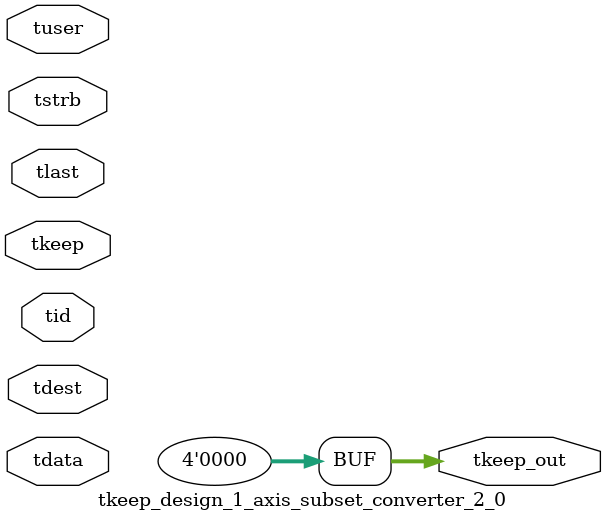
<source format=v>


`timescale 1ps/1ps

module tkeep_design_1_axis_subset_converter_2_0 #
(
parameter C_S_AXIS_TDATA_WIDTH = 32,
parameter C_S_AXIS_TUSER_WIDTH = 0,
parameter C_S_AXIS_TID_WIDTH   = 0,
parameter C_S_AXIS_TDEST_WIDTH = 0,
parameter C_M_AXIS_TDATA_WIDTH = 32
)
(
input  [(C_S_AXIS_TDATA_WIDTH == 0 ? 1 : C_S_AXIS_TDATA_WIDTH)-1:0     ] tdata,
input  [(C_S_AXIS_TUSER_WIDTH == 0 ? 1 : C_S_AXIS_TUSER_WIDTH)-1:0     ] tuser,
input  [(C_S_AXIS_TID_WIDTH   == 0 ? 1 : C_S_AXIS_TID_WIDTH)-1:0       ] tid,
input  [(C_S_AXIS_TDEST_WIDTH == 0 ? 1 : C_S_AXIS_TDEST_WIDTH)-1:0     ] tdest,
input  [(C_S_AXIS_TDATA_WIDTH/8)-1:0 ] tkeep,
input  [(C_S_AXIS_TDATA_WIDTH/8)-1:0 ] tstrb,
input                                                                    tlast,
output [(C_M_AXIS_TDATA_WIDTH/8)-1:0 ] tkeep_out
);

assign tkeep_out = {1'b0};

endmodule


</source>
